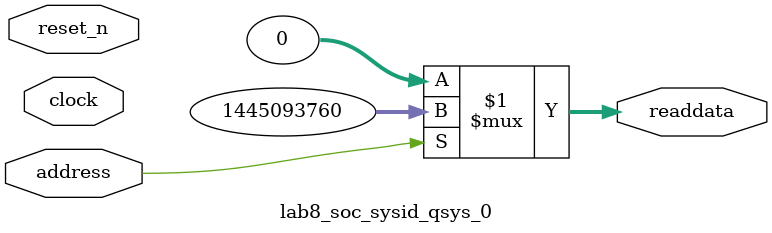
<source format=v>

`timescale 1ns / 1ps
// synthesis translate_on

// turn off superfluous verilog processor warnings 
// altera message_level Level1 
// altera message_off 10034 10035 10036 10037 10230 10240 10030 

module lab8_soc_sysid_qsys_0 (
               // inputs:
                address,
                clock,
                reset_n,

               // outputs:
                readdata
             )
;

  output  [ 31: 0] readdata;
  input            address;
  input            clock;
  input            reset_n;

  wire    [ 31: 0] readdata;
  //control_slave, which is an e_avalon_slave
  assign readdata = address ? 1445093760 : 0;

endmodule




</source>
